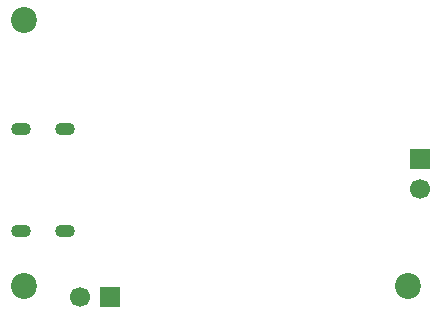
<source format=gbr>
%TF.GenerationSoftware,KiCad,Pcbnew,9.0.4*%
%TF.CreationDate,2025-10-19T21:38:03+02:00*%
%TF.ProjectId,3v-switching-voltage-regulator,33762d73-7769-4746-9368-696e672d766f,rev?*%
%TF.SameCoordinates,Original*%
%TF.FileFunction,Soldermask,Bot*%
%TF.FilePolarity,Negative*%
%FSLAX46Y46*%
G04 Gerber Fmt 4.6, Leading zero omitted, Abs format (unit mm)*
G04 Created by KiCad (PCBNEW 9.0.4) date 2025-10-19 21:38:03*
%MOMM*%
%LPD*%
G01*
G04 APERTURE LIST*
%ADD10C,2.200000*%
%ADD11O,1.700000X1.100000*%
%ADD12R,1.700000X1.700000*%
%ADD13C,1.700000*%
G04 APERTURE END LIST*
D10*
%TO.C,M2*%
X84250000Y-38250000D03*
%TD*%
%TO.C,M2*%
X84250000Y-60750000D03*
%TD*%
%TO.C,M2*%
X116750000Y-60750000D03*
%TD*%
D11*
%TO.C,J1*%
X87750000Y-47468600D03*
X83950000Y-47468600D03*
X87750000Y-56108600D03*
X83950000Y-56108600D03*
%TD*%
D12*
%TO.C,INPUT*%
X91540000Y-61750000D03*
D13*
X89000000Y-61750000D03*
%TD*%
D12*
%TO.C,J2*%
X117750000Y-50000000D03*
D13*
X117750000Y-52540000D03*
%TD*%
M02*

</source>
